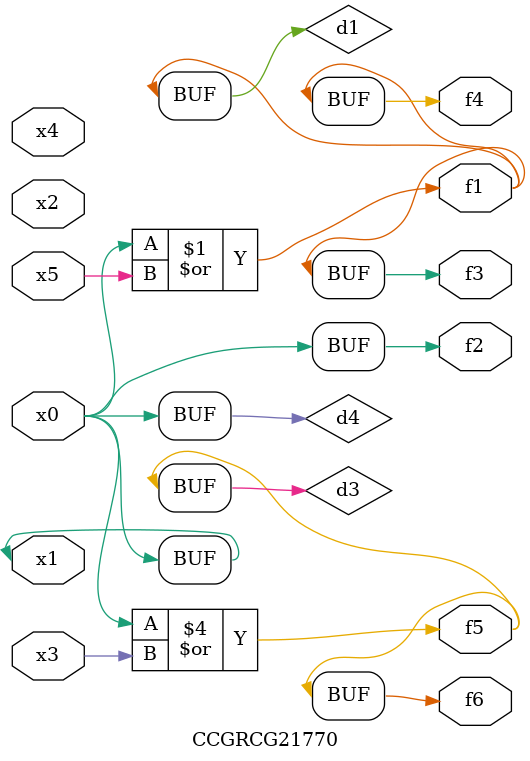
<source format=v>
module CCGRCG21770(
	input x0, x1, x2, x3, x4, x5,
	output f1, f2, f3, f4, f5, f6
);

	wire d1, d2, d3, d4;

	or (d1, x0, x5);
	xnor (d2, x1, x4);
	or (d3, x0, x3);
	buf (d4, x0, x1);
	assign f1 = d1;
	assign f2 = d4;
	assign f3 = d1;
	assign f4 = d1;
	assign f5 = d3;
	assign f6 = d3;
endmodule

</source>
